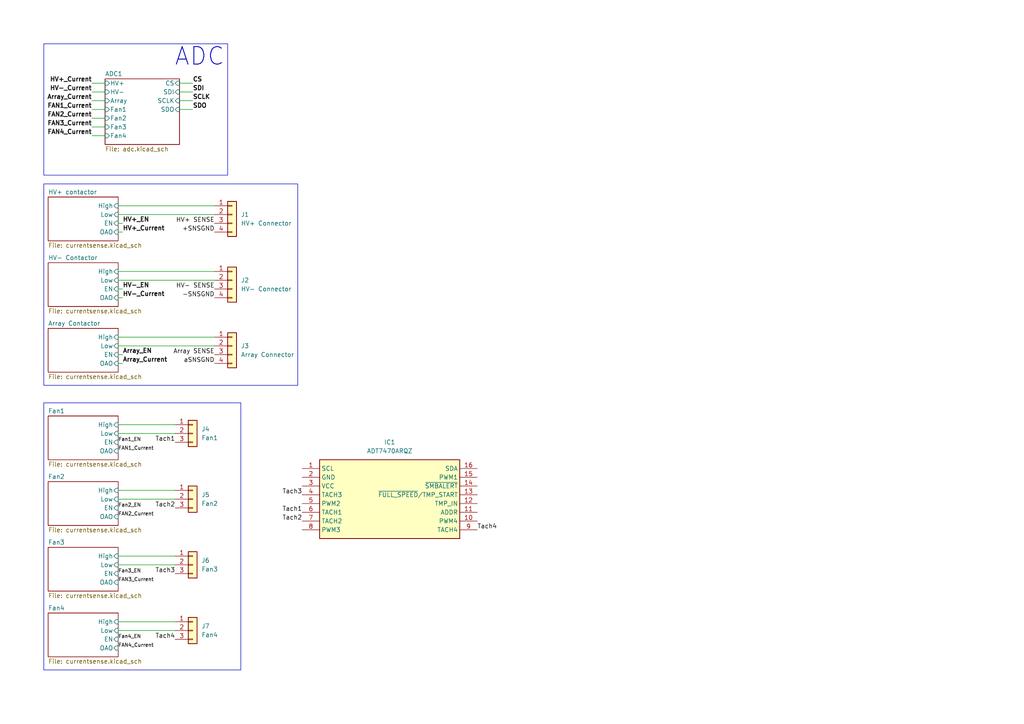
<source format=kicad_sch>
(kicad_sch (version 20231120) (generator "eeschema") (generator_version "8.0")
  (paper "A4")
  (lib_symbols
    (symbol "Connector_Generic:Conn_01x03" (pin_names (offset 1.016) hide)
      (property "Reference" "J" (at 0 5.08 0))
      (property "Value" "Conn_01x03" (at 0 -5.08 0))
      (symbol "Conn_01x03_1_1"
        (rectangle (start -1.27 -2.413) (end 0 -2.667) (stroke (width 0.1524)))
        (rectangle (start -1.27 0.127) (end 0 -0.127) (stroke (width 0.1524)))
        (rectangle (start -1.27 2.667) (end 0 2.413) (stroke (width 0.1524)))
        (rectangle (start -1.27 3.81) (end 1.27 -3.81) (stroke (width 0.254)) (fill (type background)))
        (pin passive line (at -5.08 2.54 0) (length 3.81) (name "Pin_1") (number "1"))
        (pin passive line (at -5.08 0 0) (length 3.81) (name "Pin_2") (number "2"))
        (pin passive line (at -5.08 -2.54 0) (length 3.81) (name "Pin_3") (number "3"))
      )
    )
    (symbol "Connector_Generic:Conn_01x04" (pin_names (offset 1.016) hide)
      (property "Reference" "J" (at 0 5.08 0))
      (property "Value" "Conn_01x04" (at 0 -7.62 0))
      (symbol "Conn_01x04_1_1"
        (rectangle (start -1.27 -4.953) (end 0 -5.207) (stroke (width 0.1524)))
        (rectangle (start -1.27 -2.413) (end 0 -2.667) (stroke (width 0.1524)))
        (rectangle (start -1.27 0.127) (end 0 -0.127) (stroke (width 0.1524)))
        (rectangle (start -1.27 2.667) (end 0 2.413) (stroke (width 0.1524)))
        (rectangle (start -1.27 3.81) (end 1.27 -6.35) (stroke (width 0.254)) (fill (type background)))
        (pin passive line (at -5.08 2.54 0) (length 3.81) (name "Pin_1") (number "1"))
        (pin passive line (at -5.08 0 0) (length 3.81) (name "Pin_2") (number "2"))
        (pin passive line (at -5.08 -2.54 0) (length 3.81) (name "Pin_3") (number "3"))
        (pin passive line (at -5.08 -5.08 0) (length 3.81) (name "Pin_4") (number "4"))
      )
    )
    (symbol "utsvt-chips:ADT7470ARQZ"
      (property "Reference" "IC" (at 46.99 7.62 0))
      (property "Value" "ADT7470ARQZ" (at 46.99 5.08 0))
      (symbol "ADT7470ARQZ_1_1"
        (rectangle (start 5.08 2.54) (end 45.72 -20.32) (stroke (width 0.254)) (fill (type background)))
        (pin passive line (at 0 0 0) (length 5.08) (name "SCL") (number "1"))
        (pin passive line (at 50.8 -15.24 180) (length 5.08) (name "PWM4") (number "10"))
        (pin passive line (at 50.8 -12.7 180) (length 5.08) (name "ADDR") (number "11"))
        (pin passive line (at 50.8 -10.16 180) (length 5.08) (name "TMP_IN") (number "12"))
        (pin passive line (at 50.8 -7.62 180) (length 5.08) (name "~{FULL_SPEED}/TMP_START") (number "13"))
        (pin passive line (at 50.8 -5.08 180) (length 5.08) (name "~{SMBALERT}") (number "14"))
        (pin passive line (at 50.8 -2.54 180) (length 5.08) (name "PWM1") (number "15"))
        (pin passive line (at 50.8 0 180) (length 5.08) (name "SDA") (number "16"))
        (pin passive line (at 0 -2.54 0) (length 5.08) (name "GND") (number "2"))
        (pin passive line (at 0 -5.08 0) (length 5.08) (name "VCC") (number "3"))
        (pin passive line (at 0 -7.62 0) (length 5.08) (name "TACH3") (number "4"))
        (pin passive line (at 0 -10.16 0) (length 5.08) (name "PWM2") (number "5"))
        (pin passive line (at 0 -12.7 0) (length 5.08) (name "TACH1") (number "6"))
        (pin passive line (at 0 -15.24 0) (length 5.08) (name "TACH2") (number "7"))
        (pin passive line (at 0 -17.78 0) (length 5.08) (name "PWM3") (number "8"))
        (pin passive line (at 50.8 -17.78 180) (length 5.08) (name "TACH4") (number "9"))
      )
    )
  )
  (wire (pts (xy 55.88 29.21) (xy 52.07 29.21)))
  (wire (pts (xy 34.29 161.29) (xy 50.8 161.29)))
  (wire (pts (xy 26.67 29.21) (xy 30.48 29.21)))
  (wire (pts (xy 55.88 31.75) (xy 52.07 31.75)))
  (wire (pts (xy 34.29 62.23) (xy 62.23 62.23)))
  (wire (pts (xy 34.29 182.88) (xy 50.8 182.88)))
  (wire (pts (xy 26.67 31.75) (xy 30.48 31.75)))
  (wire (pts (xy 34.29 78.74) (xy 62.23 78.74)))
  (wire (pts (xy 34.29 100.33) (xy 62.23 100.33)))
  (wire (pts (xy 26.67 36.83) (xy 30.48 36.83)))
  (wire (pts (xy 35.56 102.87) (xy 34.29 102.87)))
  (wire (pts (xy 34.29 142.24) (xy 50.8 142.24)))
  (wire (pts (xy 34.29 125.73) (xy 50.8 125.73)))
  (wire (pts (xy 35.56 105.41) (xy 34.29 105.41)))
  (wire (pts (xy 26.67 34.29) (xy 30.48 34.29)))
  (wire (pts (xy 26.67 24.13) (xy 30.48 24.13)))
  (wire (pts (xy 35.56 67.31) (xy 34.29 67.31)))
  (wire (pts (xy 34.29 163.83) (xy 50.8 163.83)))
  (wire (pts (xy 26.67 39.37) (xy 30.48 39.37)))
  (wire (pts (xy 35.56 64.77) (xy 34.29 64.77)))
  (wire (pts (xy 35.56 86.36) (xy 34.29 86.36)))
  (wire (pts (xy 34.29 59.69) (xy 62.23 59.69)))
  (wire (pts (xy 55.88 26.67) (xy 52.07 26.67)))
  (wire (pts (xy 26.67 26.67) (xy 30.48 26.67)))
  (wire (pts (xy 55.88 24.13) (xy 52.07 24.13)))
  (wire (pts (xy 34.29 180.34) (xy 50.8 180.34)))
  (wire (pts (xy 34.29 123.19) (xy 50.8 123.19)))
  (wire (pts (xy 34.29 97.79) (xy 62.23 97.79)))
  (wire (pts (xy 34.29 81.28) (xy 62.23 81.28)))
  (wire (pts (xy 35.56 83.82) (xy 34.29 83.82)))
  (wire (pts (xy 34.29 144.78) (xy 50.8 144.78)))
  (rectangle (start 12.7 53.34) (end 86.36 111.76))
  (rectangle (start 12.7 12.7) (end 66.04 50.8))
  (rectangle (start 12.7 116.84) (end 69.85 194.31))
  (text "ADC\n" (at 57.912 16.51 0) (effects (font (size 5.08 5.08) (thickness 0.254) (bold yes))))
  (label "CS" (at 55.88 24.13 0) (effects (font (thickness 0.254) (bold yes))))
  (label "Tach2" (at 87.63 151.13 180))
  (label "HV+_Current" (at 26.67 24.13 180) (effects (font (thickness 0.254) (bold yes))))
  (label "Fan2_EN" (at 34.29 147.32 0) (effects (font (size 1.016 1.016) (thickness 0.1588))))
  (label "FAN3_Current" (at 26.67 36.83 180) (effects (font (thickness 0.254) (bold yes))))
  (label "Fan4_EN" (at 34.29 185.42 0) (effects (font (size 1.016 1.016) (thickness 0.1588))))
  (label "Array_Current" (at 26.67 29.21 180) (effects (font (thickness 0.254) (bold yes))))
  (label "FAN3_Current" (at 34.29 168.91 0) (effects (font (size 1.016 1.016) (thickness 0.1588))))
  (label "aSNSGND" (at 62.23 105.41 180))
  (label "Tach4" (at 138.43 153.67 0))
  (label "-SNSGND" (at 62.23 86.36 180))
  (label "FAN4_Current" (at 26.67 39.37 180) (effects (font (thickness 0.254) (bold yes))))
  (label "Tach2" (at 50.8 147.32 180))
  (label "HV- SENSE" (at 62.23 83.82 180))
  (label "HV-_EN" (at 35.56 83.82 0) (effects (font (thickness 0.254) (bold yes))))
  (label "FAN2_Current" (at 26.67 34.29 180) (effects (font (thickness 0.254) (bold yes))))
  (label "Array_Current" (at 35.56 105.41 0) (effects (font (thickness 0.254) (bold yes))))
  (label "+SNSGND" (at 62.23 67.31 180))
  (label "FAN1_Current" (at 34.29 130.81 0) (effects (font (size 1.016 1.016) (thickness 0.1588))))
  (label "FAN4_Current" (at 34.29 187.96 0) (effects (font (size 1.016 1.016) (thickness 0.1588))))
  (label "HV+_EN" (at 35.56 64.77 0) (effects (font (thickness 0.254) (bold yes))))
  (label "HV-_Current" (at 26.67 26.67 180) (effects (font (thickness 0.254) (bold yes))))
  (label "FAN1_Current" (at 26.67 31.75 180) (effects (font (thickness 0.254) (bold yes))))
  (label "Tach3" (at 50.8 166.37 180))
  (label "SDO" (at 55.88 31.75 0) (effects (font (thickness 0.254) (bold yes))))
  (label "Array SENSE" (at 62.23 102.87 180))
  (label "HV-_Current" (at 35.56 86.36 0) (effects (font (thickness 0.254) (bold yes))))
  (label "Fan3_EN" (at 34.29 166.37 0) (effects (font (size 1.016 1.016) (thickness 0.1588))))
  (label "Tach1" (at 50.8 128.27 180))
  (label "Tach1" (at 87.63 148.59 180))
  (label "HV+_Current" (at 35.56 67.31 0) (effects (font (thickness 0.254) (bold yes))))
  (label "Array_EN" (at 35.56 102.87 0) (effects (font (thickness 0.254) (bold yes))))
  (label "HV+ SENSE" (at 62.23 64.77 180))
  (label "FAN2_Current" (at 34.29 149.86 0) (effects (font (size 1.016 1.016) (thickness 0.1588))))
  (label "Fan1_EN" (at 34.29 128.27 0) (effects (font (size 1.016 1.016) (thickness 0.1588))))
  (label "Tach4" (at 50.8 185.42 180))
  (label "SDI" (at 55.88 26.67 0) (effects (font (thickness 0.254) (bold yes))))
  (label "Tach3" (at 87.63 143.51 180))
  (label "SCLK" (at 55.88 29.21 0) (effects (font (thickness 0.254) (bold yes))))
  (symbol (lib_id "Connector_Generic:Conn_01x04") (at 67.31 81.28 0) (unit 1)
    (property "Reference" "J2" (at 69.85 81.2799 0) (effects (justify left)))
    (property "Value" "HV- Connector" (at 69.85 83.8199 0) (effects (justify left)))
    (property "Footprint" "Connector_Molex:Molex_Micro-Fit_3.0_43650-0415_1x04_P3.00mm_Vertical" (effects (hide yes)))
    (property "Description" "Generic connector, single row, 01x04, script generated (kicad-library-utils/schlib/autogen/connector/)" (effects (hide yes)))
  )
  (symbol (lib_id "Connector_Generic:Conn_01x03") (at 55.88 125.73 0) (unit 1)
    (property "Reference" "J4" (at 58.42 124.4599 0) (effects (justify left)))
    (property "Value" "Fan1" (at 58.42 126.9999 0) (effects (justify left)))
    (property "Description" "Generic connector, single row, 01x03, script generated (kicad-library-utils/schlib/autogen/connector/)" (effects (hide yes)))
  )
  (symbol (lib_id "utsvt-chips:ADT7470ARQZ") (at 87.63 135.89 0) (unit 1)
    (property "Reference" "IC1" (at 113.03 128.27 0))
    (property "Value" "ADT7470ARQZ" (at 113.03 130.81 0))
    (property "Footprint" "Package_SO:QSOP-16_3.9x4.9mm_P0.635mm" (effects (hide yes)))
    (property "Datasheet" "https://www.mouser.in/datasheet/2/609/ADT7470-1503719.pdf" (effects (hide yes)))
    (property "Description" "Board Mount Temperature Sensors Blade Server Fan Monitor/Fan Controller" (effects (hide yes)))
    (property "Height" "1.75" (effects (hide yes)))
    (property "Mouser Part Number" "584-ADT7470ARQZ-R7" (effects (hide yes)))
    (property "Mouser Price/Stock" "https://www.mouser.co.uk/ProductDetail/Analog-Devices/ADT7470ARQZ-REEL7?qs=WIvQP4zGanjGQYBHju36gA%3D%3D" (effects (hide yes)))
    (property "Manufacturer_Name" "Analog Devices" (effects (hide yes)))
    (property "Manufacturer_Part_Number" "ADT7470ARQZ-REEL7" (effects (hide yes)))
  )
  (symbol (lib_id "Connector_Generic:Conn_01x04") (at 67.31 62.23 0) (unit 1)
    (property "Reference" "J1" (at 69.85 62.2299 0) (effects (justify left)))
    (property "Value" "HV+ Connector" (at 69.85 64.7699 0) (effects (justify left)))
    (property "Footprint" "Connector_Molex:Molex_Micro-Fit_3.0_43650-0415_1x04_P3.00mm_Vertical" (effects (hide yes)))
    (property "Description" "Generic connector, single row, 01x04, script generated (kicad-library-utils/schlib/autogen/connector/)" (effects (hide yes)))
  )
  (symbol (lib_id "Connector_Generic:Conn_01x04") (at 67.31 100.33 0) (unit 1)
    (property "Reference" "J3" (at 69.85 100.3299 0) (effects (justify left)))
    (property "Value" "Array Connector" (at 69.85 102.8699 0) (effects (justify left)))
    (property "Footprint" "Connector_Molex:Molex_Micro-Fit_3.0_43650-0415_1x04_P3.00mm_Vertical" (effects (hide yes)))
    (property "Description" "Generic connector, single row, 01x04, script generated (kicad-library-utils/schlib/autogen/connector/)" (effects (hide yes)))
  )
  (symbol (lib_id "Connector_Generic:Conn_01x03") (at 55.88 144.78 0) (unit 1)
    (property "Reference" "J5" (at 58.42 143.5099 0) (effects (justify left)))
    (property "Value" "Fan2" (at 58.42 146.0499 0) (effects (justify left)))
    (property "Description" "Generic connector, single row, 01x03, script generated (kicad-library-utils/schlib/autogen/connector/)" (effects (hide yes)))
  )
  (symbol (lib_id "Connector_Generic:Conn_01x03") (at 55.88 182.88 0) (unit 1)
    (property "Reference" "J7" (at 58.42 181.6099 0) (effects (justify left)))
    (property "Value" "Fan4" (at 58.42 184.1499 0) (effects (justify left)))
    (property "Description" "Generic connector, single row, 01x03, script generated (kicad-library-utils/schlib/autogen/connector/)" (effects (hide yes)))
  )
  (symbol (lib_id "Connector_Generic:Conn_01x03") (at 55.88 163.83 0) (unit 1)
    (property "Reference" "J6" (at 58.42 162.5599 0) (effects (justify left)))
    (property "Value" "Fan3" (at 58.42 165.0999 0) (effects (justify left)))
    (property "Description" "Generic connector, single row, 01x03, script generated (kicad-library-utils/schlib/autogen/connector/)" (effects (hide yes)))
  )
  (sheet (at 13.97 120.65) (size 20.32 12.7) (stroke (width 0.1524))
    (property "Sheetname" "Fan1" (at 13.97 119.9384 0) (effects (justify left bottom)))
    (property "Sheetfile" "currentsense.kicad_sch" (at 13.97 133.9346 0) (effects (justify left top)))
    (pin "EN" input (at 34.29 128.27 0))
    (pin "OAO" input (at 34.29 130.81 0))
    (pin "High" input (at 34.29 123.19 0))
    (pin "Low" input (at 34.29 125.73 0))
  )
  (sheet (at 13.97 139.7) (size 20.32 12.7) (stroke (width 0.1524))
    (property "Sheetname" "Fan2" (at 13.97 138.9884 0) (effects (justify left bottom)))
    (property "Sheetfile" "currentsense.kicad_sch" (at 13.97 152.9846 0) (effects (justify left top)))
    (pin "EN" input (at 34.29 147.32 0))
    (pin "OAO" input (at 34.29 149.86 0))
    (pin "High" input (at 34.29 142.24 0))
    (pin "Low" input (at 34.29 144.78 0))
  )
  (sheet (at 13.97 76.2) (size 20.32 12.7) (stroke (width 0.1524))
    (property "Sheetname" "HV- Contactor" (at 13.97 75.4884 0) (effects (justify left bottom)))
    (property "Sheetfile" "currentsense.kicad_sch" (at 13.97 89.4846 0) (effects (justify left top)))
    (pin "EN" input (at 34.29 83.82 0))
    (pin "OAO" input (at 34.29 86.36 0))
    (pin "High" input (at 34.29 78.74 0))
    (pin "Low" input (at 34.29 81.28 0))
  )
  (sheet (at 13.97 177.8) (size 20.32 12.7) (stroke (width 0.1524))
    (property "Sheetname" "Fan4" (at 13.97 177.0884 0) (effects (justify left bottom)))
    (property "Sheetfile" "currentsense.kicad_sch" (at 13.97 191.0846 0) (effects (justify left top)))
    (pin "EN" input (at 34.29 185.42 0))
    (pin "OAO" input (at 34.29 187.96 0))
    (pin "High" input (at 34.29 180.34 0))
    (pin "Low" input (at 34.29 182.88 0))
  )
  (sheet (at 13.97 95.25) (size 20.32 12.7) (stroke (width 0.1524))
    (property "Sheetname" "Array Contactor" (at 13.97 94.5384 0) (effects (justify left bottom)))
    (property "Sheetfile" "currentsense.kicad_sch" (at 13.97 108.5346 0) (effects (justify left top)))
    (pin "EN" input (at 34.29 102.87 0))
    (pin "OAO" input (at 34.29 105.41 0))
    (pin "High" input (at 34.29 97.79 0))
    (pin "Low" input (at 34.29 100.33 0))
  )
  (sheet (at 13.97 57.15) (size 20.32 12.7) (stroke (width 0.1524))
    (property "Sheetname" "HV+ contactor" (at 13.97 56.4384 0) (effects (justify left bottom)))
    (property "Sheetfile" "currentsense.kicad_sch" (at 13.97 70.4346 0) (effects (justify left top)))
    (pin "EN" input (at 34.29 64.77 0))
    (pin "OAO" input (at 34.29 67.31 0))
    (pin "High" input (at 34.29 59.69 0))
    (pin "Low" input (at 34.29 62.23 0))
  )
  (sheet (at 13.97 158.75) (size 20.32 12.7) (stroke (width 0.1524))
    (property "Sheetname" "Fan3" (at 13.97 158.0384 0) (effects (justify left bottom)))
    (property "Sheetfile" "currentsense.kicad_sch" (at 13.97 172.0346 0) (effects (justify left top)))
    (pin "EN" input (at 34.29 166.37 0))
    (pin "OAO" input (at 34.29 168.91 0))
    (pin "High" input (at 34.29 161.29 0))
    (pin "Low" input (at 34.29 163.83 0))
  )
  (sheet (at 30.48 22.86) (size 21.59 19.05) (stroke (width 0.1524))
    (property "Sheetname" "ADC1" (at 30.48 22.1484 0) (effects (justify left bottom)))
    (property "Sheetfile" "adc.kicad_sch" (at 30.48 42.4946 0) (effects (justify left top)))
    (pin "HV+" input (at 30.48 24.13 180))
    (pin "HV-" input (at 30.48 26.67 180))
    (pin "Array" input (at 30.48 29.21 180))
    (pin "Fan1" input (at 30.48 31.75 180))
    (pin "Fan2" input (at 30.48 34.29 180))
    (pin "Fan3" input (at 30.48 36.83 180))
    (pin "Fan4" input (at 30.48 39.37 180))
    (pin "CS" input (at 52.07 24.13 0))
    (pin "SDI" input (at 52.07 26.67 0))
    (pin "SCLK" input (at 52.07 29.21 0))
    (pin "SDO" input (at 52.07 31.75 0))
  )
)
</source>
